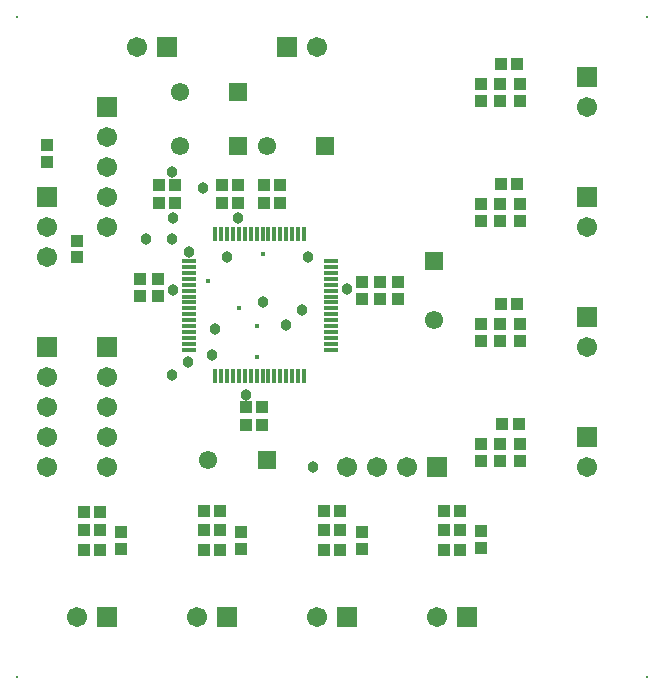
<source format=gts>
G04 Layer_Color=8388736*
%FSLAX23Y23*%
%MOIN*%
G70*
G01*
G75*
%ADD25R,0.043X0.039*%
%ADD26R,0.039X0.043*%
%ADD27R,0.047X0.016*%
%ADD28R,0.016X0.047*%
%ADD29R,0.067X0.067*%
%ADD30C,0.067*%
%ADD31R,0.067X0.067*%
%ADD32C,0.061*%
%ADD33R,0.061X0.061*%
%ADD34R,0.061X0.061*%
%ADD35C,0.008*%
%ADD36C,0.038*%
%ADD37C,0.015*%
D25*
X3745Y2327D02*
D03*
Y2383D02*
D03*
X4145Y2327D02*
D03*
Y2383D02*
D03*
X3600Y3300D02*
D03*
Y3355D02*
D03*
X4550Y2327D02*
D03*
Y2383D02*
D03*
X5010Y2678D02*
D03*
Y2622D02*
D03*
X4945Y2332D02*
D03*
Y2388D02*
D03*
X5010Y3078D02*
D03*
Y3022D02*
D03*
X4945Y3078D02*
D03*
Y3022D02*
D03*
Y2678D02*
D03*
Y2622D02*
D03*
Y3478D02*
D03*
Y3422D02*
D03*
X5010Y3478D02*
D03*
Y3422D02*
D03*
X5075Y3022D02*
D03*
Y3078D02*
D03*
Y2622D02*
D03*
Y2678D02*
D03*
Y3422D02*
D03*
Y3478D02*
D03*
X5010Y3878D02*
D03*
Y3822D02*
D03*
X4945Y3878D02*
D03*
Y3822D02*
D03*
X5075Y3822D02*
D03*
Y3878D02*
D03*
X4550Y3162D02*
D03*
Y3218D02*
D03*
X4610Y3162D02*
D03*
Y3218D02*
D03*
X4670Y3162D02*
D03*
Y3218D02*
D03*
X3810Y3172D02*
D03*
Y3228D02*
D03*
X3870Y3172D02*
D03*
Y3228D02*
D03*
X3500Y3673D02*
D03*
Y3617D02*
D03*
D26*
X3872Y3540D02*
D03*
X3928D02*
D03*
X3872Y3480D02*
D03*
X3928D02*
D03*
X4478Y2390D02*
D03*
X4422D02*
D03*
X4478Y2455D02*
D03*
X4422D02*
D03*
X5068Y3545D02*
D03*
X5012D02*
D03*
X3678Y2450D02*
D03*
X3622D02*
D03*
X4078Y2390D02*
D03*
X4022D02*
D03*
X4078Y2455D02*
D03*
X4022D02*
D03*
X5068Y3145D02*
D03*
X5012D02*
D03*
X5073Y2745D02*
D03*
X5017D02*
D03*
X4878Y2390D02*
D03*
X4822D02*
D03*
X4878Y2455D02*
D03*
X4822D02*
D03*
X3622Y2325D02*
D03*
X3678D02*
D03*
X3678Y2390D02*
D03*
X3622D02*
D03*
X4822Y2325D02*
D03*
X4878D02*
D03*
X4422D02*
D03*
X4478D02*
D03*
X4022D02*
D03*
X4078D02*
D03*
X4082Y3480D02*
D03*
X4138D02*
D03*
X4082Y3540D02*
D03*
X4138D02*
D03*
X4222Y3480D02*
D03*
X4278D02*
D03*
X4222Y3540D02*
D03*
X4278D02*
D03*
X4162Y2800D02*
D03*
X4218D02*
D03*
X4162Y2740D02*
D03*
X4218D02*
D03*
X5068Y3945D02*
D03*
X5012D02*
D03*
D27*
X3973Y3287D02*
D03*
Y3268D02*
D03*
Y3248D02*
D03*
Y3228D02*
D03*
Y3209D02*
D03*
Y3189D02*
D03*
Y3169D02*
D03*
Y3150D02*
D03*
Y3130D02*
D03*
Y3110D02*
D03*
Y3091D02*
D03*
Y3071D02*
D03*
Y3051D02*
D03*
Y3032D02*
D03*
Y3012D02*
D03*
Y2992D02*
D03*
X4445D02*
D03*
Y3012D02*
D03*
Y3032D02*
D03*
Y3051D02*
D03*
Y3071D02*
D03*
Y3091D02*
D03*
Y3110D02*
D03*
Y3130D02*
D03*
Y3150D02*
D03*
Y3169D02*
D03*
Y3189D02*
D03*
Y3209D02*
D03*
Y3228D02*
D03*
Y3248D02*
D03*
Y3268D02*
D03*
Y3287D02*
D03*
D28*
X4061Y2904D02*
D03*
X4081D02*
D03*
X4101D02*
D03*
X4120D02*
D03*
X4140D02*
D03*
X4160D02*
D03*
X4179D02*
D03*
X4199D02*
D03*
X4219D02*
D03*
X4238D02*
D03*
X4258D02*
D03*
X4278D02*
D03*
X4297D02*
D03*
X4317D02*
D03*
X4337D02*
D03*
X4356D02*
D03*
Y3376D02*
D03*
X4337D02*
D03*
X4317D02*
D03*
X4297D02*
D03*
X4278D02*
D03*
X4258D02*
D03*
X4238D02*
D03*
X4219D02*
D03*
X4199D02*
D03*
X4179D02*
D03*
X4160D02*
D03*
X4140D02*
D03*
X4120D02*
D03*
X4101D02*
D03*
X4081D02*
D03*
X4061D02*
D03*
D29*
X4300Y4000D02*
D03*
X3700Y2100D02*
D03*
X4100D02*
D03*
X4500D02*
D03*
X4900D02*
D03*
X3900Y4000D02*
D03*
X4800Y2600D02*
D03*
D30*
X4400Y4000D02*
D03*
X3500Y3400D02*
D03*
Y3300D02*
D03*
Y2900D02*
D03*
Y2800D02*
D03*
Y2700D02*
D03*
Y2600D02*
D03*
X3600Y2100D02*
D03*
X4000D02*
D03*
X4400D02*
D03*
X4800D02*
D03*
X5300Y2600D02*
D03*
Y3000D02*
D03*
Y3400D02*
D03*
Y3800D02*
D03*
X3800Y4000D02*
D03*
X4500Y2600D02*
D03*
X4600D02*
D03*
X4700D02*
D03*
X3700D02*
D03*
Y2700D02*
D03*
Y2800D02*
D03*
Y2900D02*
D03*
Y3400D02*
D03*
Y3500D02*
D03*
Y3600D02*
D03*
Y3700D02*
D03*
D31*
X3500Y3500D02*
D03*
Y3000D02*
D03*
X5300Y2700D02*
D03*
Y3100D02*
D03*
Y3500D02*
D03*
Y3900D02*
D03*
X3700Y3000D02*
D03*
Y3800D02*
D03*
D32*
X4232Y3670D02*
D03*
X4037Y2625D02*
D03*
X3942Y3670D02*
D03*
Y3850D02*
D03*
X4790Y3092D02*
D03*
D33*
X4428Y3670D02*
D03*
X4233Y2625D02*
D03*
X4138Y3670D02*
D03*
Y3850D02*
D03*
D34*
X4790Y3288D02*
D03*
D35*
X3400Y4100D02*
D03*
X5500D02*
D03*
Y1900D02*
D03*
X3400D02*
D03*
D36*
X4350Y3125D02*
D03*
X4050Y2975D02*
D03*
X4060Y3060D02*
D03*
X4101Y3300D02*
D03*
X4370D02*
D03*
X4295Y3075D02*
D03*
X4220Y3150D02*
D03*
X3970Y2951D02*
D03*
X3915Y2908D02*
D03*
X4138Y3432D02*
D03*
X4500Y3195D02*
D03*
X4385Y2600D02*
D03*
X3920Y3190D02*
D03*
X3973Y3318D02*
D03*
X3915Y3360D02*
D03*
X4020Y3530D02*
D03*
X3915Y3585D02*
D03*
X3920Y3430D02*
D03*
X3830Y3360D02*
D03*
X4162Y2842D02*
D03*
D37*
X4219Y3311D02*
D03*
X4035Y3220D02*
D03*
X4199Y2969D02*
D03*
Y3070D02*
D03*
X4139Y3130D02*
D03*
M02*

</source>
